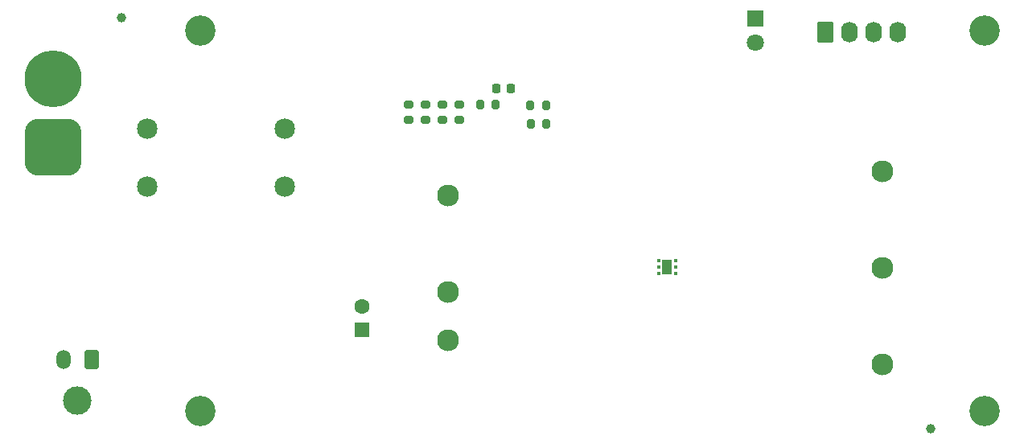
<source format=gbr>
%TF.GenerationSoftware,KiCad,Pcbnew,7.0.7*%
%TF.CreationDate,2024-04-17T16:30:55-07:00*%
%TF.ProjectId,power_board_12V,706f7765-725f-4626-9f61-72645f313256,rev?*%
%TF.SameCoordinates,Original*%
%TF.FileFunction,Soldermask,Bot*%
%TF.FilePolarity,Negative*%
%FSLAX46Y46*%
G04 Gerber Fmt 4.6, Leading zero omitted, Abs format (unit mm)*
G04 Created by KiCad (PCBNEW 7.0.7) date 2024-04-17 16:30:55*
%MOMM*%
%LPD*%
G01*
G04 APERTURE LIST*
G04 Aperture macros list*
%AMRoundRect*
0 Rectangle with rounded corners*
0 $1 Rounding radius*
0 $2 $3 $4 $5 $6 $7 $8 $9 X,Y pos of 4 corners*
0 Add a 4 corners polygon primitive as box body*
4,1,4,$2,$3,$4,$5,$6,$7,$8,$9,$2,$3,0*
0 Add four circle primitives for the rounded corners*
1,1,$1+$1,$2,$3*
1,1,$1+$1,$4,$5*
1,1,$1+$1,$6,$7*
1,1,$1+$1,$8,$9*
0 Add four rect primitives between the rounded corners*
20,1,$1+$1,$2,$3,$4,$5,0*
20,1,$1+$1,$4,$5,$6,$7,0*
20,1,$1+$1,$6,$7,$8,$9,0*
20,1,$1+$1,$8,$9,$2,$3,0*%
G04 Aperture macros list end*
%ADD10RoundRect,0.250000X-0.620000X-0.845000X0.620000X-0.845000X0.620000X0.845000X-0.620000X0.845000X0*%
%ADD11O,1.740000X2.190000*%
%ADD12C,3.200000*%
%ADD13C,3.000000*%
%ADD14RoundRect,0.250001X0.499999X0.759999X-0.499999X0.759999X-0.499999X-0.759999X0.499999X-0.759999X0*%
%ADD15O,1.500000X2.020000*%
%ADD16C,2.159000*%
%ADD17C,2.300000*%
%ADD18RoundRect,1.500000X1.500000X-1.500000X1.500000X1.500000X-1.500000X1.500000X-1.500000X-1.500000X0*%
%ADD19C,6.000000*%
%ADD20R,1.600000X1.600000*%
%ADD21C,1.600000*%
%ADD22R,1.800000X1.800000*%
%ADD23C,1.800000*%
%ADD24RoundRect,0.200000X0.275000X-0.200000X0.275000X0.200000X-0.275000X0.200000X-0.275000X-0.200000X0*%
%ADD25RoundRect,0.200000X-0.275000X0.200000X-0.275000X-0.200000X0.275000X-0.200000X0.275000X0.200000X0*%
%ADD26C,1.000000*%
%ADD27RoundRect,0.225000X-0.225000X-0.250000X0.225000X-0.250000X0.225000X0.250000X-0.225000X0.250000X0*%
%ADD28RoundRect,0.093750X0.093750X0.106250X-0.093750X0.106250X-0.093750X-0.106250X0.093750X-0.106250X0*%
%ADD29R,1.000000X1.600000*%
%ADD30RoundRect,0.200000X-0.200000X-0.275000X0.200000X-0.275000X0.200000X0.275000X-0.200000X0.275000X0*%
%ADD31RoundRect,0.200000X0.200000X0.275000X-0.200000X0.275000X-0.200000X-0.275000X0.200000X-0.275000X0*%
G04 APERTURE END LIST*
D10*
%TO.C,J4*%
X158623000Y-55118000D03*
D11*
X161163000Y-55118000D03*
X163703000Y-55118000D03*
X166243000Y-55118000D03*
%TD*%
D12*
%TO.C,H1*%
X92862400Y-54996000D03*
%TD*%
%TO.C,H4*%
X175412400Y-94996000D03*
%TD*%
%TO.C,H3*%
X175412400Y-54996000D03*
%TD*%
D13*
%TO.C,J1*%
X79932400Y-93931200D03*
D14*
X81432400Y-89611200D03*
D15*
X78432400Y-89611200D03*
%TD*%
D16*
%TO.C,L1*%
X87249000Y-71378003D03*
X101748997Y-71378003D03*
X101748997Y-65278000D03*
X87249000Y-65278000D03*
%TD*%
D17*
%TO.C,PS1*%
X118953000Y-87565000D03*
X118953000Y-82485000D03*
X118953000Y-72325000D03*
X164673000Y-90105000D03*
X164673000Y-79945000D03*
X164673000Y-69785000D03*
%TD*%
D18*
%TO.C,J5*%
X77343000Y-67227000D03*
D19*
X77343000Y-60027000D03*
%TD*%
D20*
%TO.C,C4*%
X109855000Y-86487000D03*
D21*
X109855000Y-83987000D03*
%TD*%
D12*
%TO.C,H2*%
X92862400Y-94996000D03*
%TD*%
D22*
%TO.C,D1*%
X151257000Y-53721000D03*
D23*
X151257000Y-56261000D03*
%TD*%
D24*
%TO.C,0X49*%
X120142000Y-64389000D03*
X120142000Y-62739000D03*
%TD*%
D25*
%TO.C,0X4A*%
X116586000Y-62725800D03*
X116586000Y-64375800D03*
%TD*%
%TO.C,0X48*%
X114808000Y-62725800D03*
X114808000Y-64375800D03*
%TD*%
D26*
%TO.C,FID3*%
X169722800Y-96875600D03*
%TD*%
D27*
%TO.C,C2*%
X123976800Y-61061600D03*
X125526800Y-61061600D03*
%TD*%
D28*
%TO.C,U1*%
X142873500Y-79214000D03*
X142873500Y-79864000D03*
X142873500Y-80514000D03*
X141098500Y-80514000D03*
X141098500Y-79864000D03*
X141098500Y-79214000D03*
D29*
X141986000Y-79864000D03*
%TD*%
D30*
%TO.C,R2*%
X127635000Y-64770000D03*
X129285000Y-64770000D03*
%TD*%
D25*
%TO.C,0X4B*%
X118364000Y-62739000D03*
X118364000Y-64389000D03*
%TD*%
D31*
%TO.C,R1*%
X123952000Y-62738000D03*
X122302000Y-62738000D03*
%TD*%
D26*
%TO.C,FID4*%
X84582000Y-53594000D03*
%TD*%
D30*
%TO.C,R3*%
X127572000Y-62865000D03*
X129222000Y-62865000D03*
%TD*%
M02*

</source>
